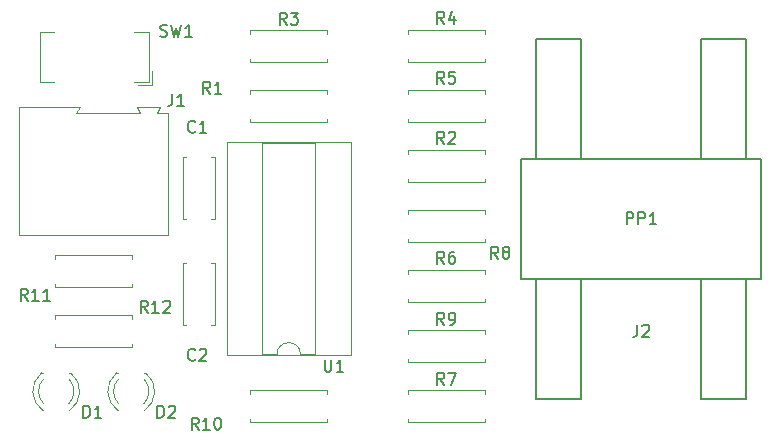
<source format=gbr>
G04 #@! TF.GenerationSoftware,KiCad,Pcbnew,(5.0.1)-4*
G04 #@! TF.CreationDate,2019-02-25T19:27:26-03:00*
G04 #@! TF.ProjectId,ponta-de-prova-logica-simplificada,706F6E74612D64652D70726F76612D6C,02*
G04 #@! TF.SameCoordinates,Original*
G04 #@! TF.FileFunction,Legend,Top*
G04 #@! TF.FilePolarity,Positive*
%FSLAX46Y46*%
G04 Gerber Fmt 4.6, Leading zero omitted, Abs format (unit mm)*
G04 Created by KiCad (PCBNEW (5.0.1)-4) date 25-02-2019 19:27:26*
%MOMM*%
%LPD*%
G01*
G04 APERTURE LIST*
%ADD10C,0.120000*%
%ADD11C,0.150000*%
G04 APERTURE END LIST*
D10*
G04 #@! TO.C,R3*
X157575000Y-87400000D02*
X157575000Y-87730000D01*
X157575000Y-87730000D02*
X151035000Y-87730000D01*
X151035000Y-87730000D02*
X151035000Y-87400000D01*
X157575000Y-85320000D02*
X157575000Y-84990000D01*
X157575000Y-84990000D02*
X151035000Y-84990000D01*
X151035000Y-84990000D02*
X151035000Y-85320000D01*
G04 #@! TO.C,U1*
X149055000Y-112515000D02*
X159555000Y-112515000D01*
X149055000Y-94495000D02*
X149055000Y-112515000D01*
X159555000Y-94495000D02*
X149055000Y-94495000D01*
X159555000Y-112515000D02*
X159555000Y-94495000D01*
X152055000Y-112455000D02*
X153305000Y-112455000D01*
X152055000Y-94555000D02*
X152055000Y-112455000D01*
X156555000Y-94555000D02*
X152055000Y-94555000D01*
X156555000Y-112455000D02*
X156555000Y-94555000D01*
X155305000Y-112455000D02*
X156555000Y-112455000D01*
X153305000Y-112455000D02*
G75*
G02X155305000Y-112455000I1000000J0D01*
G01*
G04 #@! TO.C,C2*
X147740000Y-104735000D02*
X148055000Y-104735000D01*
X145315000Y-104735000D02*
X145630000Y-104735000D01*
X147740000Y-109975000D02*
X148055000Y-109975000D01*
X145315000Y-109975000D02*
X145630000Y-109975000D01*
X148055000Y-109975000D02*
X148055000Y-104735000D01*
X145315000Y-109975000D02*
X145315000Y-104735000D01*
G04 #@! TO.C,C1*
X148055000Y-95765000D02*
X148055000Y-101005000D01*
X145315000Y-95765000D02*
X145315000Y-101005000D01*
X148055000Y-95765000D02*
X147740000Y-95765000D01*
X145630000Y-95765000D02*
X145315000Y-95765000D01*
X148055000Y-101005000D02*
X147740000Y-101005000D01*
X145630000Y-101005000D02*
X145315000Y-101005000D01*
D11*
G04 #@! TO.C,PP1*
X173990000Y-106045000D02*
X194310000Y-106045000D01*
X194310000Y-106045000D02*
X194310000Y-95885000D01*
X194310000Y-95885000D02*
X173990000Y-95885000D01*
X173990000Y-95885000D02*
X173990000Y-106045000D01*
X175260000Y-106045000D02*
X175260000Y-116205000D01*
X175260000Y-116205000D02*
X179070000Y-116205000D01*
X179070000Y-116205000D02*
X179070000Y-106045000D01*
X189230000Y-106045000D02*
X189230000Y-116205000D01*
X193040000Y-116205000D02*
X193040000Y-106045000D01*
X189230000Y-116205000D02*
X193040000Y-116205000D01*
X179070000Y-95885000D02*
X179070000Y-85725000D01*
X175260000Y-85725000D02*
X175260000Y-95885000D01*
X179070000Y-85725000D02*
X175260000Y-85725000D01*
X193040000Y-95885000D02*
X193040000Y-85725000D01*
X189230000Y-85725000D02*
X189230000Y-95885000D01*
X193040000Y-85725000D02*
X189230000Y-85725000D01*
D10*
G04 #@! TO.C,R8*
X170910000Y-102970000D02*
X170910000Y-102640000D01*
X164370000Y-102970000D02*
X170910000Y-102970000D01*
X164370000Y-102640000D02*
X164370000Y-102970000D01*
X170910000Y-100230000D02*
X170910000Y-100560000D01*
X164370000Y-100230000D02*
X170910000Y-100230000D01*
X164370000Y-100560000D02*
X164370000Y-100230000D01*
G04 #@! TO.C,D1*
X135698608Y-117242335D02*
G75*
G03X135855516Y-114010000I-1078608J1672335D01*
G01*
X133541392Y-117242335D02*
G75*
G02X133384484Y-114010000I1078608J1672335D01*
G01*
X135699837Y-116611130D02*
G75*
G03X135700000Y-114529039I-1079837J1041130D01*
G01*
X133540163Y-116611130D02*
G75*
G02X133540000Y-114529039I1079837J1041130D01*
G01*
X135856000Y-114010000D02*
X135700000Y-114010000D01*
X133540000Y-114010000D02*
X133384000Y-114010000D01*
G04 #@! TO.C,D2*
X139890000Y-114010000D02*
X139734000Y-114010000D01*
X142206000Y-114010000D02*
X142050000Y-114010000D01*
X139890163Y-116611130D02*
G75*
G02X139890000Y-114529039I1079837J1041130D01*
G01*
X142049837Y-116611130D02*
G75*
G03X142050000Y-114529039I-1079837J1041130D01*
G01*
X139891392Y-117242335D02*
G75*
G02X139734484Y-114010000I1078608J1672335D01*
G01*
X142048608Y-117242335D02*
G75*
G03X142205516Y-114010000I-1078608J1672335D01*
G01*
G04 #@! TO.C,J1*
X131495000Y-91495000D02*
X131495000Y-102345000D01*
X136595000Y-91495000D02*
X131495000Y-91495000D01*
X136295000Y-91995000D02*
X136595000Y-91495000D01*
X141695000Y-91995000D02*
X136295000Y-91995000D01*
X141445000Y-91495000D02*
X141695000Y-91995000D01*
X141495000Y-91495000D02*
X141445000Y-91495000D01*
X143395000Y-91495000D02*
X141495000Y-91495000D01*
X143145000Y-91995000D02*
X143395000Y-91495000D01*
X144095000Y-91995000D02*
X143145000Y-91995000D01*
X144095000Y-102345000D02*
X144095000Y-91995000D01*
X131495000Y-102345000D02*
X144095000Y-102345000D01*
G04 #@! TO.C,R1*
X157575000Y-92810000D02*
X157575000Y-92480000D01*
X151035000Y-92810000D02*
X157575000Y-92810000D01*
X151035000Y-92480000D02*
X151035000Y-92810000D01*
X157575000Y-90070000D02*
X157575000Y-90400000D01*
X151035000Y-90070000D02*
X157575000Y-90070000D01*
X151035000Y-90400000D02*
X151035000Y-90070000D01*
G04 #@! TO.C,R2*
X170910000Y-97890000D02*
X170910000Y-97560000D01*
X164370000Y-97890000D02*
X170910000Y-97890000D01*
X164370000Y-97560000D02*
X164370000Y-97890000D01*
X170910000Y-95150000D02*
X170910000Y-95480000D01*
X164370000Y-95150000D02*
X170910000Y-95150000D01*
X164370000Y-95480000D02*
X164370000Y-95150000D01*
G04 #@! TO.C,R4*
X170910000Y-87730000D02*
X170910000Y-87400000D01*
X164370000Y-87730000D02*
X170910000Y-87730000D01*
X164370000Y-87400000D02*
X164370000Y-87730000D01*
X170910000Y-84990000D02*
X170910000Y-85320000D01*
X164370000Y-84990000D02*
X170910000Y-84990000D01*
X164370000Y-85320000D02*
X164370000Y-84990000D01*
G04 #@! TO.C,R5*
X164370000Y-90400000D02*
X164370000Y-90070000D01*
X164370000Y-90070000D02*
X170910000Y-90070000D01*
X170910000Y-90070000D02*
X170910000Y-90400000D01*
X164370000Y-92480000D02*
X164370000Y-92810000D01*
X164370000Y-92810000D02*
X170910000Y-92810000D01*
X170910000Y-92810000D02*
X170910000Y-92480000D01*
G04 #@! TO.C,R6*
X164370000Y-105640000D02*
X164370000Y-105310000D01*
X164370000Y-105310000D02*
X170910000Y-105310000D01*
X170910000Y-105310000D02*
X170910000Y-105640000D01*
X164370000Y-107720000D02*
X164370000Y-108050000D01*
X164370000Y-108050000D02*
X170910000Y-108050000D01*
X170910000Y-108050000D02*
X170910000Y-107720000D01*
G04 #@! TO.C,R7*
X164370000Y-115800000D02*
X164370000Y-115470000D01*
X164370000Y-115470000D02*
X170910000Y-115470000D01*
X170910000Y-115470000D02*
X170910000Y-115800000D01*
X164370000Y-117880000D02*
X164370000Y-118210000D01*
X164370000Y-118210000D02*
X170910000Y-118210000D01*
X170910000Y-118210000D02*
X170910000Y-117880000D01*
G04 #@! TO.C,R9*
X164370000Y-110390000D02*
X164370000Y-110720000D01*
X170910000Y-110390000D02*
X164370000Y-110390000D01*
X170910000Y-110720000D02*
X170910000Y-110390000D01*
X164370000Y-113130000D02*
X164370000Y-112800000D01*
X170910000Y-113130000D02*
X164370000Y-113130000D01*
X170910000Y-112800000D02*
X170910000Y-113130000D01*
G04 #@! TO.C,R10*
X157575000Y-117880000D02*
X157575000Y-118210000D01*
X157575000Y-118210000D02*
X151035000Y-118210000D01*
X151035000Y-118210000D02*
X151035000Y-117880000D01*
X157575000Y-115800000D02*
X157575000Y-115470000D01*
X157575000Y-115470000D02*
X151035000Y-115470000D01*
X151035000Y-115470000D02*
X151035000Y-115800000D01*
G04 #@! TO.C,R11*
X141065000Y-106780000D02*
X141065000Y-106450000D01*
X134525000Y-106780000D02*
X141065000Y-106780000D01*
X134525000Y-106450000D02*
X134525000Y-106780000D01*
X141065000Y-104040000D02*
X141065000Y-104370000D01*
X134525000Y-104040000D02*
X141065000Y-104040000D01*
X134525000Y-104370000D02*
X134525000Y-104040000D01*
G04 #@! TO.C,R12*
X141065000Y-111860000D02*
X141065000Y-111530000D01*
X134525000Y-111860000D02*
X141065000Y-111860000D01*
X134525000Y-111530000D02*
X134525000Y-111860000D01*
X141065000Y-109120000D02*
X141065000Y-109450000D01*
X134525000Y-109120000D02*
X141065000Y-109120000D01*
X134525000Y-109450000D02*
X134525000Y-109120000D01*
G04 #@! TO.C,SW1*
X142735000Y-89650000D02*
X142735000Y-88450000D01*
X141535000Y-89650000D02*
X142735000Y-89650000D01*
X133235000Y-85150000D02*
X134435000Y-85150000D01*
X133235000Y-89350000D02*
X133235000Y-85150000D01*
X134435000Y-89350000D02*
X133235000Y-89350000D01*
X142435000Y-85150000D02*
X141235000Y-85150000D01*
X142435000Y-89350000D02*
X142435000Y-85150000D01*
X141235000Y-89350000D02*
X142435000Y-89350000D01*
G04 #@! TO.C,R3*
D11*
X154138333Y-84526380D02*
X153805000Y-84050190D01*
X153566904Y-84526380D02*
X153566904Y-83526380D01*
X153947857Y-83526380D01*
X154043095Y-83574000D01*
X154090714Y-83621619D01*
X154138333Y-83716857D01*
X154138333Y-83859714D01*
X154090714Y-83954952D01*
X154043095Y-84002571D01*
X153947857Y-84050190D01*
X153566904Y-84050190D01*
X154471666Y-83526380D02*
X155090714Y-83526380D01*
X154757380Y-83907333D01*
X154900238Y-83907333D01*
X154995476Y-83954952D01*
X155043095Y-84002571D01*
X155090714Y-84097809D01*
X155090714Y-84335904D01*
X155043095Y-84431142D01*
X154995476Y-84478761D01*
X154900238Y-84526380D01*
X154614523Y-84526380D01*
X154519285Y-84478761D01*
X154471666Y-84431142D01*
G04 #@! TO.C,U1*
X157353095Y-112907380D02*
X157353095Y-113716904D01*
X157400714Y-113812142D01*
X157448333Y-113859761D01*
X157543571Y-113907380D01*
X157734047Y-113907380D01*
X157829285Y-113859761D01*
X157876904Y-113812142D01*
X157924523Y-113716904D01*
X157924523Y-112907380D01*
X158924523Y-113907380D02*
X158353095Y-113907380D01*
X158638809Y-113907380D02*
X158638809Y-112907380D01*
X158543571Y-113050238D01*
X158448333Y-113145476D01*
X158353095Y-113193095D01*
G04 #@! TO.C,C2*
X146391333Y-112879142D02*
X146343714Y-112926761D01*
X146200857Y-112974380D01*
X146105619Y-112974380D01*
X145962761Y-112926761D01*
X145867523Y-112831523D01*
X145819904Y-112736285D01*
X145772285Y-112545809D01*
X145772285Y-112402952D01*
X145819904Y-112212476D01*
X145867523Y-112117238D01*
X145962761Y-112022000D01*
X146105619Y-111974380D01*
X146200857Y-111974380D01*
X146343714Y-112022000D01*
X146391333Y-112069619D01*
X146772285Y-112069619D02*
X146819904Y-112022000D01*
X146915142Y-111974380D01*
X147153238Y-111974380D01*
X147248476Y-112022000D01*
X147296095Y-112069619D01*
X147343714Y-112164857D01*
X147343714Y-112260095D01*
X147296095Y-112402952D01*
X146724666Y-112974380D01*
X147343714Y-112974380D01*
G04 #@! TO.C,C1*
X146391333Y-93575142D02*
X146343714Y-93622761D01*
X146200857Y-93670380D01*
X146105619Y-93670380D01*
X145962761Y-93622761D01*
X145867523Y-93527523D01*
X145819904Y-93432285D01*
X145772285Y-93241809D01*
X145772285Y-93098952D01*
X145819904Y-92908476D01*
X145867523Y-92813238D01*
X145962761Y-92718000D01*
X146105619Y-92670380D01*
X146200857Y-92670380D01*
X146343714Y-92718000D01*
X146391333Y-92765619D01*
X147343714Y-93670380D02*
X146772285Y-93670380D01*
X147058000Y-93670380D02*
X147058000Y-92670380D01*
X146962761Y-92813238D01*
X146867523Y-92908476D01*
X146772285Y-92956095D01*
G04 #@! TO.C,PP1*
X182911904Y-101417380D02*
X182911904Y-100417380D01*
X183292857Y-100417380D01*
X183388095Y-100465000D01*
X183435714Y-100512619D01*
X183483333Y-100607857D01*
X183483333Y-100750714D01*
X183435714Y-100845952D01*
X183388095Y-100893571D01*
X183292857Y-100941190D01*
X182911904Y-100941190D01*
X183911904Y-101417380D02*
X183911904Y-100417380D01*
X184292857Y-100417380D01*
X184388095Y-100465000D01*
X184435714Y-100512619D01*
X184483333Y-100607857D01*
X184483333Y-100750714D01*
X184435714Y-100845952D01*
X184388095Y-100893571D01*
X184292857Y-100941190D01*
X183911904Y-100941190D01*
X185435714Y-101417380D02*
X184864285Y-101417380D01*
X185150000Y-101417380D02*
X185150000Y-100417380D01*
X185054761Y-100560238D01*
X184959523Y-100655476D01*
X184864285Y-100703095D01*
G04 #@! TO.C,R8*
X172045333Y-104338380D02*
X171712000Y-103862190D01*
X171473904Y-104338380D02*
X171473904Y-103338380D01*
X171854857Y-103338380D01*
X171950095Y-103386000D01*
X171997714Y-103433619D01*
X172045333Y-103528857D01*
X172045333Y-103671714D01*
X171997714Y-103766952D01*
X171950095Y-103814571D01*
X171854857Y-103862190D01*
X171473904Y-103862190D01*
X172616761Y-103766952D02*
X172521523Y-103719333D01*
X172473904Y-103671714D01*
X172426285Y-103576476D01*
X172426285Y-103528857D01*
X172473904Y-103433619D01*
X172521523Y-103386000D01*
X172616761Y-103338380D01*
X172807238Y-103338380D01*
X172902476Y-103386000D01*
X172950095Y-103433619D01*
X172997714Y-103528857D01*
X172997714Y-103576476D01*
X172950095Y-103671714D01*
X172902476Y-103719333D01*
X172807238Y-103766952D01*
X172616761Y-103766952D01*
X172521523Y-103814571D01*
X172473904Y-103862190D01*
X172426285Y-103957428D01*
X172426285Y-104147904D01*
X172473904Y-104243142D01*
X172521523Y-104290761D01*
X172616761Y-104338380D01*
X172807238Y-104338380D01*
X172902476Y-104290761D01*
X172950095Y-104243142D01*
X172997714Y-104147904D01*
X172997714Y-103957428D01*
X172950095Y-103862190D01*
X172902476Y-103814571D01*
X172807238Y-103766952D01*
G04 #@! TO.C,D1*
X136929904Y-117800380D02*
X136929904Y-116800380D01*
X137168000Y-116800380D01*
X137310857Y-116848000D01*
X137406095Y-116943238D01*
X137453714Y-117038476D01*
X137501333Y-117228952D01*
X137501333Y-117371809D01*
X137453714Y-117562285D01*
X137406095Y-117657523D01*
X137310857Y-117752761D01*
X137168000Y-117800380D01*
X136929904Y-117800380D01*
X138453714Y-117800380D02*
X137882285Y-117800380D01*
X138168000Y-117800380D02*
X138168000Y-116800380D01*
X138072761Y-116943238D01*
X137977523Y-117038476D01*
X137882285Y-117086095D01*
G04 #@! TO.C,D2*
X143191904Y-117800380D02*
X143191904Y-116800380D01*
X143430000Y-116800380D01*
X143572857Y-116848000D01*
X143668095Y-116943238D01*
X143715714Y-117038476D01*
X143763333Y-117228952D01*
X143763333Y-117371809D01*
X143715714Y-117562285D01*
X143668095Y-117657523D01*
X143572857Y-117752761D01*
X143430000Y-117800380D01*
X143191904Y-117800380D01*
X144144285Y-116895619D02*
X144191904Y-116848000D01*
X144287142Y-116800380D01*
X144525238Y-116800380D01*
X144620476Y-116848000D01*
X144668095Y-116895619D01*
X144715714Y-116990857D01*
X144715714Y-117086095D01*
X144668095Y-117228952D01*
X144096666Y-117800380D01*
X144715714Y-117800380D01*
G04 #@! TO.C,J1*
X144446666Y-90384380D02*
X144446666Y-91098666D01*
X144399047Y-91241523D01*
X144303809Y-91336761D01*
X144160952Y-91384380D01*
X144065714Y-91384380D01*
X145446666Y-91384380D02*
X144875238Y-91384380D01*
X145160952Y-91384380D02*
X145160952Y-90384380D01*
X145065714Y-90527238D01*
X144970476Y-90622476D01*
X144875238Y-90670095D01*
G04 #@! TO.C,J2*
X183816666Y-109942380D02*
X183816666Y-110656666D01*
X183769047Y-110799523D01*
X183673809Y-110894761D01*
X183530952Y-110942380D01*
X183435714Y-110942380D01*
X184245238Y-110037619D02*
X184292857Y-109990000D01*
X184388095Y-109942380D01*
X184626190Y-109942380D01*
X184721428Y-109990000D01*
X184769047Y-110037619D01*
X184816666Y-110132857D01*
X184816666Y-110228095D01*
X184769047Y-110370952D01*
X184197619Y-110942380D01*
X184816666Y-110942380D01*
G04 #@! TO.C,R1*
X147661333Y-90368380D02*
X147328000Y-89892190D01*
X147089904Y-90368380D02*
X147089904Y-89368380D01*
X147470857Y-89368380D01*
X147566095Y-89416000D01*
X147613714Y-89463619D01*
X147661333Y-89558857D01*
X147661333Y-89701714D01*
X147613714Y-89796952D01*
X147566095Y-89844571D01*
X147470857Y-89892190D01*
X147089904Y-89892190D01*
X148613714Y-90368380D02*
X148042285Y-90368380D01*
X148328000Y-90368380D02*
X148328000Y-89368380D01*
X148232761Y-89511238D01*
X148137523Y-89606476D01*
X148042285Y-89654095D01*
G04 #@! TO.C,R2*
X167473333Y-94602380D02*
X167140000Y-94126190D01*
X166901904Y-94602380D02*
X166901904Y-93602380D01*
X167282857Y-93602380D01*
X167378095Y-93650000D01*
X167425714Y-93697619D01*
X167473333Y-93792857D01*
X167473333Y-93935714D01*
X167425714Y-94030952D01*
X167378095Y-94078571D01*
X167282857Y-94126190D01*
X166901904Y-94126190D01*
X167854285Y-93697619D02*
X167901904Y-93650000D01*
X167997142Y-93602380D01*
X168235238Y-93602380D01*
X168330476Y-93650000D01*
X168378095Y-93697619D01*
X168425714Y-93792857D01*
X168425714Y-93888095D01*
X168378095Y-94030952D01*
X167806666Y-94602380D01*
X168425714Y-94602380D01*
G04 #@! TO.C,R4*
X167473333Y-84442380D02*
X167140000Y-83966190D01*
X166901904Y-84442380D02*
X166901904Y-83442380D01*
X167282857Y-83442380D01*
X167378095Y-83490000D01*
X167425714Y-83537619D01*
X167473333Y-83632857D01*
X167473333Y-83775714D01*
X167425714Y-83870952D01*
X167378095Y-83918571D01*
X167282857Y-83966190D01*
X166901904Y-83966190D01*
X168330476Y-83775714D02*
X168330476Y-84442380D01*
X168092380Y-83394761D02*
X167854285Y-84109047D01*
X168473333Y-84109047D01*
G04 #@! TO.C,R5*
X167473333Y-89522380D02*
X167140000Y-89046190D01*
X166901904Y-89522380D02*
X166901904Y-88522380D01*
X167282857Y-88522380D01*
X167378095Y-88570000D01*
X167425714Y-88617619D01*
X167473333Y-88712857D01*
X167473333Y-88855714D01*
X167425714Y-88950952D01*
X167378095Y-88998571D01*
X167282857Y-89046190D01*
X166901904Y-89046190D01*
X168378095Y-88522380D02*
X167901904Y-88522380D01*
X167854285Y-88998571D01*
X167901904Y-88950952D01*
X167997142Y-88903333D01*
X168235238Y-88903333D01*
X168330476Y-88950952D01*
X168378095Y-88998571D01*
X168425714Y-89093809D01*
X168425714Y-89331904D01*
X168378095Y-89427142D01*
X168330476Y-89474761D01*
X168235238Y-89522380D01*
X167997142Y-89522380D01*
X167901904Y-89474761D01*
X167854285Y-89427142D01*
G04 #@! TO.C,R6*
X167473333Y-104762380D02*
X167140000Y-104286190D01*
X166901904Y-104762380D02*
X166901904Y-103762380D01*
X167282857Y-103762380D01*
X167378095Y-103810000D01*
X167425714Y-103857619D01*
X167473333Y-103952857D01*
X167473333Y-104095714D01*
X167425714Y-104190952D01*
X167378095Y-104238571D01*
X167282857Y-104286190D01*
X166901904Y-104286190D01*
X168330476Y-103762380D02*
X168140000Y-103762380D01*
X168044761Y-103810000D01*
X167997142Y-103857619D01*
X167901904Y-104000476D01*
X167854285Y-104190952D01*
X167854285Y-104571904D01*
X167901904Y-104667142D01*
X167949523Y-104714761D01*
X168044761Y-104762380D01*
X168235238Y-104762380D01*
X168330476Y-104714761D01*
X168378095Y-104667142D01*
X168425714Y-104571904D01*
X168425714Y-104333809D01*
X168378095Y-104238571D01*
X168330476Y-104190952D01*
X168235238Y-104143333D01*
X168044761Y-104143333D01*
X167949523Y-104190952D01*
X167901904Y-104238571D01*
X167854285Y-104333809D01*
G04 #@! TO.C,R7*
X167473333Y-115006380D02*
X167140000Y-114530190D01*
X166901904Y-115006380D02*
X166901904Y-114006380D01*
X167282857Y-114006380D01*
X167378095Y-114054000D01*
X167425714Y-114101619D01*
X167473333Y-114196857D01*
X167473333Y-114339714D01*
X167425714Y-114434952D01*
X167378095Y-114482571D01*
X167282857Y-114530190D01*
X166901904Y-114530190D01*
X167806666Y-114006380D02*
X168473333Y-114006380D01*
X168044761Y-115006380D01*
G04 #@! TO.C,R9*
X167473333Y-109926380D02*
X167140000Y-109450190D01*
X166901904Y-109926380D02*
X166901904Y-108926380D01*
X167282857Y-108926380D01*
X167378095Y-108974000D01*
X167425714Y-109021619D01*
X167473333Y-109116857D01*
X167473333Y-109259714D01*
X167425714Y-109354952D01*
X167378095Y-109402571D01*
X167282857Y-109450190D01*
X166901904Y-109450190D01*
X167949523Y-109926380D02*
X168140000Y-109926380D01*
X168235238Y-109878761D01*
X168282857Y-109831142D01*
X168378095Y-109688285D01*
X168425714Y-109497809D01*
X168425714Y-109116857D01*
X168378095Y-109021619D01*
X168330476Y-108974000D01*
X168235238Y-108926380D01*
X168044761Y-108926380D01*
X167949523Y-108974000D01*
X167901904Y-109021619D01*
X167854285Y-109116857D01*
X167854285Y-109354952D01*
X167901904Y-109450190D01*
X167949523Y-109497809D01*
X168044761Y-109545428D01*
X168235238Y-109545428D01*
X168330476Y-109497809D01*
X168378095Y-109450190D01*
X168425714Y-109354952D01*
G04 #@! TO.C,R10*
X146677142Y-118816380D02*
X146343809Y-118340190D01*
X146105714Y-118816380D02*
X146105714Y-117816380D01*
X146486666Y-117816380D01*
X146581904Y-117864000D01*
X146629523Y-117911619D01*
X146677142Y-118006857D01*
X146677142Y-118149714D01*
X146629523Y-118244952D01*
X146581904Y-118292571D01*
X146486666Y-118340190D01*
X146105714Y-118340190D01*
X147629523Y-118816380D02*
X147058095Y-118816380D01*
X147343809Y-118816380D02*
X147343809Y-117816380D01*
X147248571Y-117959238D01*
X147153333Y-118054476D01*
X147058095Y-118102095D01*
X148248571Y-117816380D02*
X148343809Y-117816380D01*
X148439047Y-117864000D01*
X148486666Y-117911619D01*
X148534285Y-118006857D01*
X148581904Y-118197333D01*
X148581904Y-118435428D01*
X148534285Y-118625904D01*
X148486666Y-118721142D01*
X148439047Y-118768761D01*
X148343809Y-118816380D01*
X148248571Y-118816380D01*
X148153333Y-118768761D01*
X148105714Y-118721142D01*
X148058095Y-118625904D01*
X148010476Y-118435428D01*
X148010476Y-118197333D01*
X148058095Y-118006857D01*
X148105714Y-117911619D01*
X148153333Y-117864000D01*
X148248571Y-117816380D01*
G04 #@! TO.C,R11*
X132199142Y-107894380D02*
X131865809Y-107418190D01*
X131627714Y-107894380D02*
X131627714Y-106894380D01*
X132008666Y-106894380D01*
X132103904Y-106942000D01*
X132151523Y-106989619D01*
X132199142Y-107084857D01*
X132199142Y-107227714D01*
X132151523Y-107322952D01*
X132103904Y-107370571D01*
X132008666Y-107418190D01*
X131627714Y-107418190D01*
X133151523Y-107894380D02*
X132580095Y-107894380D01*
X132865809Y-107894380D02*
X132865809Y-106894380D01*
X132770571Y-107037238D01*
X132675333Y-107132476D01*
X132580095Y-107180095D01*
X134103904Y-107894380D02*
X133532476Y-107894380D01*
X133818190Y-107894380D02*
X133818190Y-106894380D01*
X133722952Y-107037238D01*
X133627714Y-107132476D01*
X133532476Y-107180095D01*
G04 #@! TO.C,R12*
X142359142Y-108910380D02*
X142025809Y-108434190D01*
X141787714Y-108910380D02*
X141787714Y-107910380D01*
X142168666Y-107910380D01*
X142263904Y-107958000D01*
X142311523Y-108005619D01*
X142359142Y-108100857D01*
X142359142Y-108243714D01*
X142311523Y-108338952D01*
X142263904Y-108386571D01*
X142168666Y-108434190D01*
X141787714Y-108434190D01*
X143311523Y-108910380D02*
X142740095Y-108910380D01*
X143025809Y-108910380D02*
X143025809Y-107910380D01*
X142930571Y-108053238D01*
X142835333Y-108148476D01*
X142740095Y-108196095D01*
X143692476Y-108005619D02*
X143740095Y-107958000D01*
X143835333Y-107910380D01*
X144073428Y-107910380D01*
X144168666Y-107958000D01*
X144216285Y-108005619D01*
X144263904Y-108100857D01*
X144263904Y-108196095D01*
X144216285Y-108338952D01*
X143644857Y-108910380D01*
X144263904Y-108910380D01*
G04 #@! TO.C,SW1*
X143446666Y-85494761D02*
X143589523Y-85542380D01*
X143827619Y-85542380D01*
X143922857Y-85494761D01*
X143970476Y-85447142D01*
X144018095Y-85351904D01*
X144018095Y-85256666D01*
X143970476Y-85161428D01*
X143922857Y-85113809D01*
X143827619Y-85066190D01*
X143637142Y-85018571D01*
X143541904Y-84970952D01*
X143494285Y-84923333D01*
X143446666Y-84828095D01*
X143446666Y-84732857D01*
X143494285Y-84637619D01*
X143541904Y-84590000D01*
X143637142Y-84542380D01*
X143875238Y-84542380D01*
X144018095Y-84590000D01*
X144351428Y-84542380D02*
X144589523Y-85542380D01*
X144780000Y-84828095D01*
X144970476Y-85542380D01*
X145208571Y-84542380D01*
X146113333Y-85542380D02*
X145541904Y-85542380D01*
X145827619Y-85542380D02*
X145827619Y-84542380D01*
X145732380Y-84685238D01*
X145637142Y-84780476D01*
X145541904Y-84828095D01*
G04 #@! TD*
M02*

</source>
